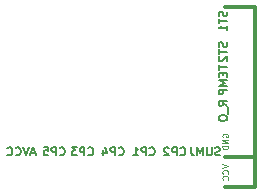
<source format=gbo>
G04 (created by PCBNEW-RS274X (2011-nov-30)-testing) date Tue 24 Apr 2012 11:37:44 PM EDT*
G01*
G70*
G90*
%MOIN*%
G04 Gerber Fmt 3.4, Leading zero omitted, Abs format*
%FSLAX34Y34*%
G04 APERTURE LIST*
%ADD10C,0.006000*%
%ADD11C,0.012000*%
%ADD12C,0.006900*%
%ADD13C,0.004900*%
G04 APERTURE END LIST*
G54D10*
G54D11*
X63000Y-28000D02*
X64000Y-28000D01*
X64000Y-28000D02*
X64000Y-22000D01*
X64000Y-22000D02*
X63000Y-22000D01*
X63000Y-27000D02*
X64000Y-27000D01*
G54D12*
X63048Y-22165D02*
X63061Y-22204D01*
X63061Y-22270D01*
X63048Y-22296D01*
X63034Y-22309D01*
X63008Y-22322D01*
X62982Y-22322D01*
X62956Y-22309D01*
X62942Y-22296D01*
X62929Y-22270D01*
X62916Y-22217D01*
X62903Y-22191D01*
X62890Y-22178D01*
X62864Y-22165D01*
X62837Y-22165D01*
X62811Y-22178D01*
X62798Y-22191D01*
X62785Y-22217D01*
X62785Y-22283D01*
X62798Y-22322D01*
X62785Y-22401D02*
X62785Y-22559D01*
X63061Y-22480D02*
X62785Y-22480D01*
X63061Y-22795D02*
X63061Y-22638D01*
X63061Y-22716D02*
X62785Y-22716D01*
X62824Y-22690D01*
X62850Y-22664D01*
X62864Y-22638D01*
X63048Y-23189D02*
X63061Y-23228D01*
X63061Y-23294D01*
X63048Y-23320D01*
X63034Y-23333D01*
X63008Y-23346D01*
X62982Y-23346D01*
X62956Y-23333D01*
X62942Y-23320D01*
X62929Y-23294D01*
X62916Y-23241D01*
X62903Y-23215D01*
X62890Y-23202D01*
X62864Y-23189D01*
X62837Y-23189D01*
X62811Y-23202D01*
X62798Y-23215D01*
X62785Y-23241D01*
X62785Y-23307D01*
X62798Y-23346D01*
X62785Y-23425D02*
X62785Y-23583D01*
X63061Y-23504D02*
X62785Y-23504D01*
X62811Y-23662D02*
X62798Y-23675D01*
X62785Y-23701D01*
X62785Y-23767D01*
X62798Y-23793D01*
X62811Y-23806D01*
X62837Y-23819D01*
X62864Y-23819D01*
X62903Y-23806D01*
X63061Y-23648D01*
X63061Y-23819D01*
X62785Y-23950D02*
X62785Y-24108D01*
X63061Y-24029D02*
X62785Y-24029D01*
X62916Y-24200D02*
X62916Y-24292D01*
X63061Y-24331D02*
X63061Y-24200D01*
X62785Y-24200D01*
X62785Y-24331D01*
X63061Y-24450D02*
X62785Y-24450D01*
X62982Y-24542D01*
X62785Y-24634D01*
X63061Y-24634D01*
X63061Y-24765D02*
X62785Y-24765D01*
X62785Y-24870D01*
X62798Y-24896D01*
X62811Y-24909D01*
X62837Y-24922D01*
X62877Y-24922D01*
X62903Y-24909D01*
X62916Y-24896D01*
X62929Y-24870D01*
X62929Y-24765D01*
X63061Y-25308D02*
X62929Y-25216D01*
X63061Y-25151D02*
X62785Y-25151D01*
X62785Y-25256D01*
X62798Y-25282D01*
X62811Y-25295D01*
X62837Y-25308D01*
X62877Y-25308D01*
X62903Y-25295D01*
X62916Y-25282D01*
X62929Y-25256D01*
X62929Y-25151D01*
X63087Y-25361D02*
X63087Y-25571D01*
X62785Y-25689D02*
X62785Y-25742D01*
X62798Y-25768D01*
X62824Y-25794D01*
X62877Y-25808D01*
X62969Y-25808D01*
X63021Y-25794D01*
X63048Y-25768D01*
X63061Y-25742D01*
X63061Y-25689D01*
X63048Y-25663D01*
X63021Y-25637D01*
X62969Y-25624D01*
X62877Y-25624D01*
X62824Y-25637D01*
X62798Y-25663D01*
X62785Y-25689D01*
G54D13*
X62920Y-26346D02*
X62910Y-26327D01*
X62910Y-26299D01*
X62920Y-26271D01*
X62938Y-26252D01*
X62957Y-26243D01*
X62995Y-26234D01*
X63023Y-26234D01*
X63060Y-26243D01*
X63079Y-26252D01*
X63098Y-26271D01*
X63107Y-26299D01*
X63107Y-26318D01*
X63098Y-26346D01*
X63088Y-26355D01*
X63023Y-26355D01*
X63023Y-26318D01*
X63107Y-26440D02*
X62910Y-26440D01*
X63107Y-26552D01*
X62910Y-26552D01*
X63107Y-26646D02*
X62910Y-26646D01*
X62910Y-26693D01*
X62920Y-26721D01*
X62938Y-26740D01*
X62957Y-26749D01*
X62995Y-26758D01*
X63023Y-26758D01*
X63060Y-26749D01*
X63079Y-26740D01*
X63098Y-26721D01*
X63107Y-26693D01*
X63107Y-26646D01*
X62910Y-27258D02*
X63107Y-27323D01*
X62910Y-27389D01*
X63088Y-27567D02*
X63098Y-27558D01*
X63107Y-27530D01*
X63107Y-27511D01*
X63098Y-27483D01*
X63079Y-27464D01*
X63060Y-27455D01*
X63023Y-27446D01*
X62995Y-27446D01*
X62957Y-27455D01*
X62938Y-27464D01*
X62920Y-27483D01*
X62910Y-27511D01*
X62910Y-27530D01*
X62920Y-27558D01*
X62929Y-27567D01*
X63088Y-27764D02*
X63098Y-27755D01*
X63107Y-27727D01*
X63107Y-27708D01*
X63098Y-27680D01*
X63079Y-27661D01*
X63060Y-27652D01*
X63023Y-27643D01*
X62995Y-27643D01*
X62957Y-27652D01*
X62938Y-27661D01*
X62920Y-27680D01*
X62910Y-27708D01*
X62910Y-27727D01*
X62920Y-27755D01*
X62929Y-27764D01*
G54D12*
X62827Y-26950D02*
X62788Y-26963D01*
X62722Y-26963D01*
X62696Y-26950D01*
X62683Y-26936D01*
X62670Y-26910D01*
X62670Y-26884D01*
X62683Y-26858D01*
X62696Y-26844D01*
X62722Y-26831D01*
X62775Y-26818D01*
X62801Y-26805D01*
X62814Y-26792D01*
X62827Y-26766D01*
X62827Y-26739D01*
X62814Y-26713D01*
X62801Y-26700D01*
X62775Y-26687D01*
X62709Y-26687D01*
X62670Y-26700D01*
X62551Y-26687D02*
X62551Y-26910D01*
X62538Y-26936D01*
X62525Y-26950D01*
X62499Y-26963D01*
X62446Y-26963D01*
X62420Y-26950D01*
X62407Y-26936D01*
X62394Y-26910D01*
X62394Y-26687D01*
X62262Y-26963D02*
X62262Y-26687D01*
X62170Y-26884D01*
X62078Y-26687D01*
X62078Y-26963D01*
X61868Y-26687D02*
X61868Y-26884D01*
X61882Y-26923D01*
X61908Y-26950D01*
X61947Y-26963D01*
X61974Y-26963D01*
X56661Y-26884D02*
X56530Y-26884D01*
X56688Y-26963D02*
X56596Y-26687D01*
X56504Y-26963D01*
X56451Y-26687D02*
X56359Y-26963D01*
X56267Y-26687D01*
X56017Y-26936D02*
X56030Y-26950D01*
X56069Y-26963D01*
X56095Y-26963D01*
X56135Y-26950D01*
X56161Y-26923D01*
X56174Y-26897D01*
X56187Y-26844D01*
X56187Y-26805D01*
X56174Y-26752D01*
X56161Y-26726D01*
X56135Y-26700D01*
X56095Y-26687D01*
X56069Y-26687D01*
X56030Y-26700D01*
X56017Y-26713D01*
X55741Y-26936D02*
X55754Y-26950D01*
X55793Y-26963D01*
X55819Y-26963D01*
X55859Y-26950D01*
X55885Y-26923D01*
X55898Y-26897D01*
X55911Y-26844D01*
X55911Y-26805D01*
X55898Y-26752D01*
X55885Y-26726D01*
X55859Y-26700D01*
X55819Y-26687D01*
X55793Y-26687D01*
X55754Y-26700D01*
X55741Y-26713D01*
X57487Y-26936D02*
X57500Y-26950D01*
X57539Y-26963D01*
X57565Y-26963D01*
X57605Y-26950D01*
X57631Y-26923D01*
X57644Y-26897D01*
X57657Y-26844D01*
X57657Y-26805D01*
X57644Y-26752D01*
X57631Y-26726D01*
X57605Y-26700D01*
X57565Y-26687D01*
X57539Y-26687D01*
X57500Y-26700D01*
X57487Y-26713D01*
X57368Y-26963D02*
X57368Y-26687D01*
X57263Y-26687D01*
X57237Y-26700D01*
X57224Y-26713D01*
X57211Y-26739D01*
X57211Y-26779D01*
X57224Y-26805D01*
X57237Y-26818D01*
X57263Y-26831D01*
X57368Y-26831D01*
X56961Y-26687D02*
X57092Y-26687D01*
X57105Y-26818D01*
X57092Y-26805D01*
X57066Y-26792D01*
X57000Y-26792D01*
X56974Y-26805D01*
X56961Y-26818D01*
X56948Y-26844D01*
X56948Y-26910D01*
X56961Y-26936D01*
X56974Y-26950D01*
X57000Y-26963D01*
X57066Y-26963D01*
X57092Y-26950D01*
X57105Y-26936D01*
X58432Y-26936D02*
X58445Y-26950D01*
X58484Y-26963D01*
X58510Y-26963D01*
X58550Y-26950D01*
X58576Y-26923D01*
X58589Y-26897D01*
X58602Y-26844D01*
X58602Y-26805D01*
X58589Y-26752D01*
X58576Y-26726D01*
X58550Y-26700D01*
X58510Y-26687D01*
X58484Y-26687D01*
X58445Y-26700D01*
X58432Y-26713D01*
X58313Y-26963D02*
X58313Y-26687D01*
X58208Y-26687D01*
X58182Y-26700D01*
X58169Y-26713D01*
X58156Y-26739D01*
X58156Y-26779D01*
X58169Y-26805D01*
X58182Y-26818D01*
X58208Y-26831D01*
X58313Y-26831D01*
X58064Y-26687D02*
X57893Y-26687D01*
X57985Y-26792D01*
X57945Y-26792D01*
X57919Y-26805D01*
X57906Y-26818D01*
X57893Y-26844D01*
X57893Y-26910D01*
X57906Y-26936D01*
X57919Y-26950D01*
X57945Y-26963D01*
X58024Y-26963D01*
X58050Y-26950D01*
X58064Y-26936D01*
X59455Y-26936D02*
X59468Y-26950D01*
X59507Y-26963D01*
X59533Y-26963D01*
X59573Y-26950D01*
X59599Y-26923D01*
X59612Y-26897D01*
X59625Y-26844D01*
X59625Y-26805D01*
X59612Y-26752D01*
X59599Y-26726D01*
X59573Y-26700D01*
X59533Y-26687D01*
X59507Y-26687D01*
X59468Y-26700D01*
X59455Y-26713D01*
X59336Y-26963D02*
X59336Y-26687D01*
X59231Y-26687D01*
X59205Y-26700D01*
X59192Y-26713D01*
X59179Y-26739D01*
X59179Y-26779D01*
X59192Y-26805D01*
X59205Y-26818D01*
X59231Y-26831D01*
X59336Y-26831D01*
X58942Y-26779D02*
X58942Y-26963D01*
X59008Y-26674D02*
X59073Y-26871D01*
X58903Y-26871D01*
X60479Y-26936D02*
X60492Y-26950D01*
X60531Y-26963D01*
X60557Y-26963D01*
X60597Y-26950D01*
X60623Y-26923D01*
X60636Y-26897D01*
X60649Y-26844D01*
X60649Y-26805D01*
X60636Y-26752D01*
X60623Y-26726D01*
X60597Y-26700D01*
X60557Y-26687D01*
X60531Y-26687D01*
X60492Y-26700D01*
X60479Y-26713D01*
X60360Y-26963D02*
X60360Y-26687D01*
X60255Y-26687D01*
X60229Y-26700D01*
X60216Y-26713D01*
X60203Y-26739D01*
X60203Y-26779D01*
X60216Y-26805D01*
X60229Y-26818D01*
X60255Y-26831D01*
X60360Y-26831D01*
X59940Y-26963D02*
X60097Y-26963D01*
X60019Y-26963D02*
X60019Y-26687D01*
X60045Y-26726D01*
X60071Y-26752D01*
X60097Y-26766D01*
X61503Y-26936D02*
X61516Y-26950D01*
X61555Y-26963D01*
X61581Y-26963D01*
X61621Y-26950D01*
X61647Y-26923D01*
X61660Y-26897D01*
X61673Y-26844D01*
X61673Y-26805D01*
X61660Y-26752D01*
X61647Y-26726D01*
X61621Y-26700D01*
X61581Y-26687D01*
X61555Y-26687D01*
X61516Y-26700D01*
X61503Y-26713D01*
X61384Y-26963D02*
X61384Y-26687D01*
X61279Y-26687D01*
X61253Y-26700D01*
X61240Y-26713D01*
X61227Y-26739D01*
X61227Y-26779D01*
X61240Y-26805D01*
X61253Y-26818D01*
X61279Y-26831D01*
X61384Y-26831D01*
X61121Y-26713D02*
X61108Y-26700D01*
X61082Y-26687D01*
X61016Y-26687D01*
X60990Y-26700D01*
X60977Y-26713D01*
X60964Y-26739D01*
X60964Y-26766D01*
X60977Y-26805D01*
X61135Y-26963D01*
X60964Y-26963D01*
M02*

</source>
